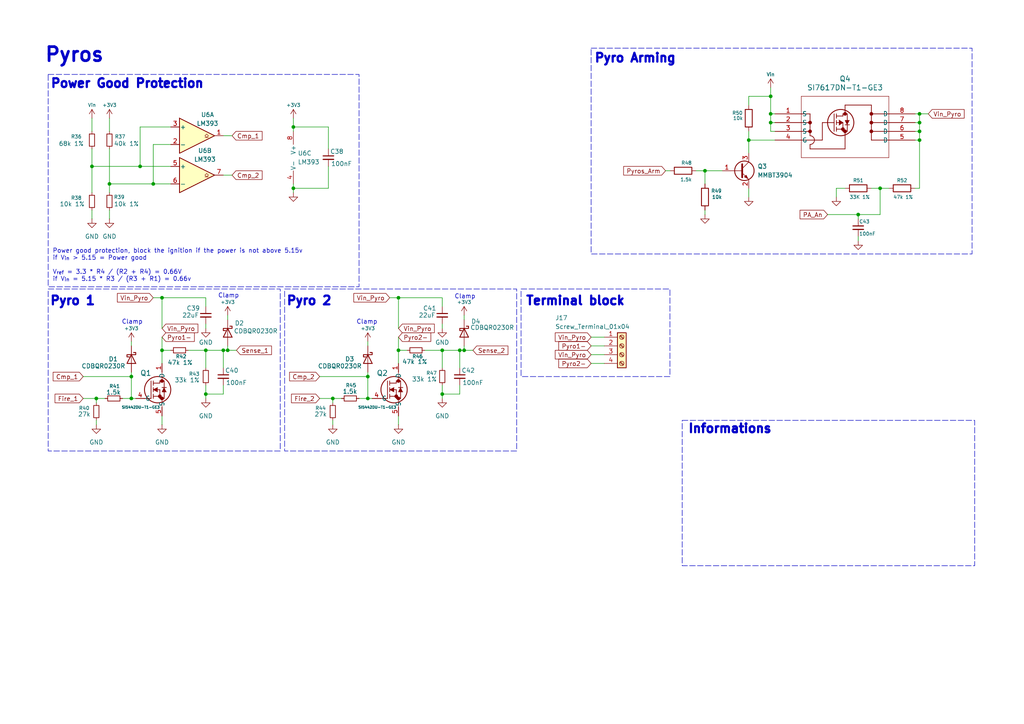
<source format=kicad_sch>
(kicad_sch (version 20250114) (generator "eeschema") (generator_version "9.0")
  (paper "A4")
  (lib_symbols
    (symbol "Comparator:LM393" (pin_names (offset 0.127))
      (property "Reference" "U" (at 3.81 3.81 0))
      (property "Value" "LM393" (at 6.35 -3.81 0))
      (symbol "LM393_1_1"
        (polyline (pts (xy -5.08 5.08) (xy 5.08 0) (xy -5.08 -5.08) (xy -5.08 5.08)) (stroke (width 0.254)) (fill (type background)))
        (polyline (pts (xy 3.302 -0.508) (xy 2.794 -0.508) (xy 3.302 0) (xy 2.794 0.508) (xy 2.286 0) (xy 2.794 -0.508) (xy 2.286 -0.508)) (stroke (width 0.127)))
        (pin input line (at -7.62 2.54 0) (length 2.54) (name "+") (number "3"))
        (pin input line (at -7.62 -2.54 0) (length 2.54) (name "-") (number "2"))
        (pin open_collector line (at 7.62 0 180) (length 2.54) (name "~") (number "1"))
      )
      (symbol "LM393_2_1"
        (polyline (pts (xy -5.08 5.08) (xy 5.08 0) (xy -5.08 -5.08) (xy -5.08 5.08)) (stroke (width 0.254)) (fill (type background)))
        (polyline (pts (xy 3.302 -0.508) (xy 2.794 -0.508) (xy 3.302 0) (xy 2.794 0.508) (xy 2.286 0) (xy 2.794 -0.508) (xy 2.286 -0.508)) (stroke (width 0.127)))
        (pin input line (at -7.62 2.54 0) (length 2.54) (name "+") (number "5"))
        (pin input line (at -7.62 -2.54 0) (length 2.54) (name "-") (number "6"))
        (pin open_collector line (at 7.62 0 180) (length 2.54) (name "~") (number "7"))
      )
      (symbol "LM393_3_1"
        (pin power_in line (at -2.54 7.62 270) (length 3.81) (name "V+") (number "8"))
        (pin power_in line (at -2.54 -7.62 90) (length 3.81) (name "V-") (number "4"))
      )
    )
    (symbol "Connector:Screw_Terminal_01x04" (pin_names (offset 1.016) (hide yes))
      (property "Reference" "J" (at 0 5.08 0))
      (property "Value" "Screw_Terminal_01x04" (at 0 -7.62 0))
      (symbol "Screw_Terminal_01x04_1_1"
        (rectangle (start -1.27 3.81) (end 1.27 -6.35) (stroke (width 0.254)) (fill (type background)))
        (polyline (pts (xy -0.5334 2.8702) (xy 0.3302 2.032)) (stroke (width 0.1524)))
        (polyline (pts (xy -0.5334 0.3302) (xy 0.3302 -0.508)) (stroke (width 0.1524)))
        (polyline (pts (xy -0.5334 -2.2098) (xy 0.3302 -3.048)) (stroke (width 0.1524)))
        (polyline (pts (xy -0.5334 -4.7498) (xy 0.3302 -5.588)) (stroke (width 0.1524)))
        (polyline (pts (xy -0.3556 3.048) (xy 0.508 2.2098)) (stroke (width 0.1524)))
        (polyline (pts (xy -0.3556 0.508) (xy 0.508 -0.3302)) (stroke (width 0.1524)))
        (polyline (pts (xy -0.3556 -2.032) (xy 0.508 -2.8702)) (stroke (width 0.1524)))
        (polyline (pts (xy -0.3556 -4.572) (xy 0.508 -5.4102)) (stroke (width 0.1524)))
        (circle (center 0 2.54) (radius 0.635) (stroke (width 0.1524)))
        (circle (center 0 0) (radius 0.635) (stroke (width 0.1524)))
        (circle (center 0 -2.54) (radius 0.635) (stroke (width 0.1524)))
        (circle (center 0 -5.08) (radius 0.635) (stroke (width 0.1524)))
        (pin passive line (at -5.08 2.54 0) (length 3.81) (name "Pin_1") (number "1"))
        (pin passive line (at -5.08 0 0) (length 3.81) (name "Pin_2") (number "2"))
        (pin passive line (at -5.08 -2.54 0) (length 3.81) (name "Pin_3") (number "3"))
        (pin passive line (at -5.08 -5.08 0) (length 3.81) (name "Pin_4") (number "4"))
      )
    )
    (symbol "Device:C_Small" (pin_numbers (hide yes)) (pin_names (offset 0.254) (hide yes))
      (property "Reference" "C" (at 0.254 1.778 0))
      (property "Value" "C_Small" (at 0.254 -2.032 0))
      (symbol "C_Small_0_1"
        (polyline (pts (xy -1.524 0.508) (xy 1.524 0.508)) (stroke (width 0.3048)))
        (polyline (pts (xy -1.524 -0.508) (xy 1.524 -0.508)) (stroke (width 0.3302)))
      )
      (symbol "C_Small_1_1"
        (pin passive line (at 0 2.54 270) (length 2.032) (name "~") (number "1"))
        (pin passive line (at 0 -2.54 90) (length 2.032) (name "~") (number "2"))
      )
    )
    (symbol "Device:R" (pin_numbers (hide yes)) (pin_names (offset 0))
      (property "Reference" "R" (at 2.032 0 90))
      (property "Value" "R" (at 0 0 90))
      (symbol "R_0_1"
        (rectangle (start -1.016 -2.54) (end 1.016 2.54) (stroke (width 0.254)))
      )
      (symbol "R_1_1"
        (pin passive line (at 0 3.81 270) (length 1.27) (name "~") (number "1"))
        (pin passive line (at 0 -3.81 90) (length 1.27) (name "~") (number "2"))
      )
    )
    (symbol "Device:R_Small" (pin_numbers (hide yes)) (pin_names (offset 0.254) (hide yes))
      (property "Reference" "R" (at 0 0 90))
      (property "Value" "R_Small" (at 1.778 0 90))
      (symbol "R_Small_0_1"
        (rectangle (start -0.762 1.778) (end 0.762 -1.778) (stroke (width 0.2032)))
      )
      (symbol "R_Small_1_1"
        (pin passive line (at 0 2.54 270) (length 0.762) (name "~") (number "1"))
        (pin passive line (at 0 -2.54 90) (length 0.762) (name "~") (number "2"))
      )
    )
    (symbol "Diode:BAT54J" (pin_numbers (hide yes)) (pin_names (offset 1.016) (hide yes))
      (property "Reference" "D" (at 0 2.54 0))
      (property "Value" "BAT54J" (at 0 -2.54 0))
      (symbol "BAT54J_0_1"
        (polyline (pts (xy -1.905 0.635) (xy -1.905 1.27) (xy -1.27 1.27) (xy -1.27 -1.27) (xy -0.635 -1.27) (xy -0.635 -0.635)) (stroke (width 0.254)))
        (polyline (pts (xy 1.27 1.27) (xy 1.27 -1.27) (xy -1.27 0) (xy 1.27 1.27)) (stroke (width 0.254)))
        (polyline (pts (xy 1.27 0) (xy -1.27 0)))
      )
      (symbol "BAT54J_1_1"
        (pin passive line (at -3.81 0 0) (length 2.54) (name "K") (number "1"))
        (pin passive line (at 3.81 0 180) (length 2.54) (name "A") (number "2"))
      )
    )
    (symbol "GND_1" (power) (pin_numbers (hide yes)) (pin_names (offset 0) (hide yes))
      (property "Value" "GND" (at 0 -3.81 0))
      (symbol "GND_1_0_1"
        (polyline (pts (xy 0 0) (xy 0 -1.27) (xy 1.27 -1.27) (xy 0 -2.54) (xy -1.27 -1.27) (xy 0 -1.27)))
      )
      (symbol "GND_1_1_1"
        (pin power_in line (at 0 0 270) (length 0) (name "~") (number "1"))
      )
    )
    (symbol "Transistor_BJT:MMBT3904" (pin_names (offset 0) (hide yes))
      (property "Reference" "Q" (at 5.08 1.905 0))
      (property "Value" "MMBT3904" (at 5.08 0 0))
      (symbol "MMBT3904_0_1"
        (polyline (pts (xy -2.54 0) (xy 0.635 0)))
        (polyline (pts (xy 0.635 1.905) (xy 0.635 -1.905)) (stroke (width 0.508)))
        (circle (center 1.27 0) (radius 2.8194) (stroke (width 0.254)))
      )
      (symbol "MMBT3904_1_1"
        (polyline (pts (xy 0.635 0.635) (xy 2.54 2.54)))
        (polyline (pts (xy 0.635 -0.635) (xy 2.54 -2.54)))
        (polyline (pts (xy 1.27 -1.778) (xy 1.778 -1.27) (xy 2.286 -2.286) (xy 1.27 -1.778)) (fill (type outline)))
        (pin input line (at -5.08 0 0) (length 2.54) (name "B") (number "1"))
        (pin passive line (at 2.54 5.08 270) (length 2.54) (name "C") (number "3"))
        (pin passive line (at 2.54 -5.08 90) (length 2.54) (name "E") (number "2"))
      )
    )
    (symbol "pcb_moteur:SI5442DU-T1-GE3" (pin_names (offset 0.254))
      (property "Reference" "U" (at 11.43 4.445 0))
      (property "Value" "SI5442DU-T1-GE3" (at -6.096 -2.794 0))
      (symbol "SI5442DU-T1-GE3_0_1"
        (polyline (pts (xy 2.54 0) (xy 4.445 0)) (stroke (width 0.2032)))
        (polyline (pts (xy 4.445 0) (xy 4.445 5.08)) (stroke (width 0.2032)))
        (polyline (pts (xy 5.08 4.445) (xy 6.985 4.445)) (stroke (width 0.2032)))
        (polyline (pts (xy 5.08 3.81) (xy 5.08 5.08)) (stroke (width 0.2032)))
        (polyline (pts (xy 5.08 1.905) (xy 5.08 3.175)) (stroke (width 0.2032)))
        (polyline (pts (xy 5.08 0.635) (xy 6.985 0.635)) (stroke (width 0.2032)))
        (polyline (pts (xy 5.08 0) (xy 5.08 1.27)) (stroke (width 0.2032)))
        (polyline (pts (xy 6.35 3.175) (xy 5.08 2.54) (xy 6.35 1.905)) (fill (type outline)))
        (polyline (pts (xy 6.35 2.54) (xy 6.985 2.54)) (stroke (width 0.2032)))
        (circle (center 6.35 2.54) (radius 3.81) (stroke (width 0.254)))
        (polyline (pts (xy 6.985 5.08) (xy 8.255 5.08)) (stroke (width 0.2032)))
        (polyline (pts (xy 6.985 4.445) (xy 6.985 5.08)) (stroke (width 0.2032)))
        (circle (center 6.985 0.635) (radius 0.0254) (stroke (width 0.508)))
        (polyline (pts (xy 6.985 0) (xy 6.985 2.54)) (stroke (width 0.2032)))
        (polyline (pts (xy 6.985 0) (xy 8.255 0)) (stroke (width 0.2032)))
        (polyline (pts (xy 7.62 7.62) (xy 7.62 5.08)) (stroke (width 0.127)))
        (circle (center 7.62 5.08) (radius 0.0254) (stroke (width 0.508)))
        (circle (center 7.62 0) (radius 0.0254) (stroke (width 0.508)))
        (polyline (pts (xy 7.62 -2.54) (xy 7.62 0)) (stroke (width 0.127)))
        (polyline (pts (xy 8.255 3.175) (xy 8.255 5.08)) (stroke (width 0.2032)))
        (polyline (pts (xy 8.255 0) (xy 8.255 1.905)) (stroke (width 0.2032)))
        (polyline (pts (xy 8.89 3.175) (xy 7.62 3.175)) (stroke (width 0.2032)))
        (polyline (pts (xy 8.89 1.905) (xy 7.62 1.905) (xy 8.255 3.175)) (fill (type outline)))
        (pin unspecified line (at 0 0 0) (length 2.54) (name "G") (number "4"))
        (pin unspecified line (at 7.62 10.16 270) (length 2.54) (name "D") (number "1"))
        (pin unspecified line (at 7.62 -5.08 90) (length 2.54) (name "S") (number "5"))
      )
    )
    (symbol "pcb_moteur:SI7617DN-T1-GE3" (pin_names (offset 0.254))
      (property "Reference" "MOSFET" (at 20.32 10.16 0))
      (property "Value" "SI7617DN-T1-GE3" (at 20.32 7.62 0))
      (symbol "SI7617DN-T1-GE3_0_1"
        (polyline (pts (xy 7.62 5.08) (xy 7.62 -12.7)) (stroke (width 0.127)))
        (polyline (pts (xy 7.62 -7.62) (xy 13.716 -7.62)) (stroke (width 0.2032)))
        (polyline (pts (xy 7.62 -12.7) (xy 33.02 -12.7)) (stroke (width 0.127)))
        (arc (start 10.16 -6.35) (mid 11.4244 -7.62) (end 10.16 -8.89) (stroke (width 0.2032)))
        (polyline (pts (xy 10.16 0) (xy 7.62 0)) (stroke (width 0.2032)))
        (polyline (pts (xy 10.16 -2.54) (xy 7.62 -2.54)) (stroke (width 0.2032)))
        (circle (center 10.16 -2.54) (radius 0.0254) (stroke (width 0.508)))
        (polyline (pts (xy 10.16 -5.08) (xy 7.62 -5.08)) (stroke (width 0.2032)))
        (circle (center 10.16 -5.08) (radius 0.0254) (stroke (width 0.508)))
        (polyline (pts (xy 10.16 -6.35) (xy 10.16 0)) (stroke (width 0.2032)))
        (polyline (pts (xy 10.16 -10.16) (xy 10.16 -8.89)) (stroke (width 0.2032)))
        (polyline (pts (xy 13.716 -2.54) (xy 17.145 -2.54)) (stroke (width 0.2032)))
        (polyline (pts (xy 13.716 -7.62) (xy 13.716 -2.54)) (stroke (width 0.2032)))
        (polyline (pts (xy 17.145 -5.08) (xy 17.145 0)) (stroke (width 0.2032)))
        (polyline (pts (xy 17.78 -0.635) (xy 19.685 -0.635)) (stroke (width 0.2032)))
        (polyline (pts (xy 17.78 -1.27) (xy 17.78 0)) (stroke (width 0.2032)))
        (polyline (pts (xy 17.78 -2.54) (xy 19.685 -2.54)) (stroke (width 0.2032)))
        (polyline (pts (xy 17.78 -3.175) (xy 17.78 -1.905)) (stroke (width 0.2032)))
        (polyline (pts (xy 17.78 -4.445) (xy 19.685 -4.445)) (stroke (width 0.2032)))
        (polyline (pts (xy 17.78 -5.08) (xy 17.78 -3.81)) (stroke (width 0.2032)))
        (polyline (pts (xy 18.542 -1.778) (xy 19.685 -2.54) (xy 18.542 -3.302)) (fill (type outline)))
        (circle (center 19.05 -2.54) (radius 3.81) (stroke (width 0.254)))
        (polyline (pts (xy 19.685 0) (xy 20.955 0)) (stroke (width 0.2032)))
        (polyline (pts (xy 19.685 -0.635) (xy 19.685 0)) (stroke (width 0.2032)))
        (circle (center 19.685 -4.445) (radius 0.0254) (stroke (width 0.508)))
        (polyline (pts (xy 19.685 -5.08) (xy 19.685 -2.54)) (stroke (width 0.2032)))
        (polyline (pts (xy 19.685 -5.08) (xy 20.955 -5.08)) (stroke (width 0.2032)))
        (polyline (pts (xy 20.32 0) (xy 20.32 2.54)) (stroke (width 0.2032)))
        (circle (center 20.32 0) (radius 0.0254) (stroke (width 0.508)))
        (circle (center 20.32 -5.08) (radius 0.0254) (stroke (width 0.508)))
        (polyline (pts (xy 20.32 -10.16) (xy 10.16 -10.16)) (stroke (width 0.2032)))
        (polyline (pts (xy 20.32 -10.16) (xy 20.32 -5.08)) (stroke (width 0.2032)))
        (polyline (pts (xy 20.955 -1.905) (xy 20.955 0)) (stroke (width 0.2032)))
        (polyline (pts (xy 20.955 -5.08) (xy 20.955 -3.175)) (stroke (width 0.2032)))
        (polyline (pts (xy 21.59 -1.905) (xy 20.32 -1.905) (xy 20.955 -3.175)) (fill (type outline)))
        (polyline (pts (xy 21.59 -3.175) (xy 20.32 -3.175)) (stroke (width 0.2032)))
        (polyline (pts (xy 27.94 2.54) (xy 20.32 2.54)) (stroke (width 0.2032)))
        (polyline (pts (xy 27.94 0) (xy 33.02 0)) (stroke (width 0.2032)))
        (circle (center 27.94 0) (radius 0.0254) (stroke (width 0.508)))
        (polyline (pts (xy 27.94 -2.54) (xy 33.02 -2.54)) (stroke (width 0.2032)))
        (circle (center 27.94 -2.54) (radius 0.0254) (stroke (width 0.508)))
        (polyline (pts (xy 27.94 -5.08) (xy 33.02 -5.08)) (stroke (width 0.2032)))
        (circle (center 27.94 -5.08) (radius 0.0254) (stroke (width 0.508)))
        (polyline (pts (xy 27.94 -7.62) (xy 27.94 2.54)) (stroke (width 0.2032)))
        (polyline (pts (xy 27.94 -7.62) (xy 33.02 -7.62)) (stroke (width 0.2032)))
        (polyline (pts (xy 33.02 5.08) (xy 7.62 5.08)) (stroke (width 0.127)))
        (polyline (pts (xy 33.02 -12.7) (xy 33.02 5.08)) (stroke (width 0.127)))
        (pin unspecified line (at 0 0 0) (length 7.62) (name "S") (number "1"))
        (pin unspecified line (at 0 -2.54 0) (length 7.62) (name "S") (number "2"))
        (pin unspecified line (at 0 -5.08 0) (length 7.62) (name "S") (number "3"))
        (pin unspecified line (at 0 -7.62 0) (length 7.62) (name "G") (number "4"))
        (pin unspecified line (at 40.64 0 180) (length 7.62) (name "D") (number "8"))
        (pin unspecified line (at 40.64 -2.54 180) (length 7.62) (name "D") (number "7"))
        (pin unspecified line (at 40.64 -5.08 180) (length 7.62) (name "D") (number "6"))
        (pin unspecified line (at 40.64 -7.62 180) (length 7.62) (name "D") (number "5"))
      )
    )
    (symbol "power:+12V" (power) (pin_names (offset 0))
      (property "Value" "+12V" (at 0 3.556 0))
      (symbol "+12V_0_1"
        (polyline (pts (xy -0.762 1.27) (xy 0 2.54)))
        (polyline (pts (xy 0 2.54) (xy 0.762 1.27)))
        (polyline (pts (xy 0 0) (xy 0 2.54)))
      )
      (symbol "+12V_1_1"
        (pin power_in line (at 0 0 90) (length 0) (hide yes) (name "+12V") (number "1"))
      )
    )
    (symbol "power:+3V3" (power) (pin_names (offset 0))
      (property "Value" "+3V3" (at 0 3.556 0))
      (symbol "+3V3_0_1"
        (polyline (pts (xy -0.762 1.27) (xy 0 2.54)))
        (polyline (pts (xy 0 2.54) (xy 0.762 1.27)))
        (polyline (pts (xy 0 0) (xy 0 2.54)))
      )
      (symbol "+3V3_1_1"
        (pin power_in line (at 0 0 90) (length 0) (hide yes) (name "+3V3") (number "1"))
      )
    )
    (symbol "power:GND" (power) (pin_names (offset 0))
      (property "Value" "GND" (at 0 -3.81 0))
      (symbol "GND_0_1"
        (polyline (pts (xy 0 0) (xy 0 -1.27) (xy 1.27 -1.27) (xy 0 -2.54) (xy -1.27 -1.27) (xy 0 -1.27)))
      )
      (symbol "GND_1_1"
        (pin power_in line (at 0 0 270) (length 0) (hide yes) (name "GND") (number "1"))
      )
    )
  )
  (rectangle (start 82.55 83.82) (end 149.86 130.81) (stroke (width 0) (type dash)))
  (rectangle (start 151.13 83.82) (end 194.31 109.22) (stroke (width 0) (type dash)))
  (rectangle (start 13.97 21.59) (end 104.14 83.185) (stroke (width 0) (type dash)))
  (rectangle (start 13.97 83.82) (end 81.28 130.81) (stroke (width 0) (type dash)))
  (rectangle (start 171.45 13.97) (end 281.94 73.66) (stroke (width 0) (type dash)))
  (rectangle (start 197.866 121.92) (end 282.702 164.084) (stroke (width 0) (type dash)))
  (text "Power good protection, block the ignition if the power is not above 5.15v\nif V_{in} > 5.15 = Power good\n\nV_{ref} = 3.3 * R4 / (R2 + R4) = 0.66V\nif V_{in} = 5.15 * R3 / (R3 + R1) = 0.66v\n" (at 15.24 76.962 0) (effects (font (size 1.27 1.27)) (justify left)))
  (text "Clamp" (at 66.294 85.852 0) (effects (font (size 1.27 1.27))))
  (text "Clamp" (at 38.354 93.472 0) (effects (font (size 1.27 1.27))))
  (text "Pyro 1" (at 21.082 87.376 0) (effects (font (size 2.54 2.54) (thickness 0.8) (bold yes))))
  (text "Terminal block" (at 166.878 87.376 0) (effects (font (size 2.54 2.54) (thickness 0.8) (bold yes))))
  (text "Pyro Arming" (at 172.212 15.494 0) (effects (font (size 2.54 2.54) (thickness 0.8) (bold yes)) (justify left top)))
  (text "Clamp" (at 134.874 86.106 0) (effects (font (size 1.27 1.27))))
  (text "Pyros" (at 21.59 16.002 0) (effects (font (size 4.064 4.064) (thickness 0.8) (bold yes))))
  (text "Informations" (at 199.39 124.46 0) (effects (font (size 2.54 2.54) (thickness 0.8) (bold yes)) (justify left)))
  (text "Power Good Protection" (at 14.478 22.86 0) (effects (font (size 2.54 2.54) (thickness 0.8) (bold yes)) (justify left top)))
  (text "Pyro 2" (at 89.662 87.376 0) (effects (font (size 2.54 2.54) (thickness 0.8) (bold yes))))
  (text "Clamp" (at 106.426 93.472 0) (effects (font (size 1.27 1.27))))
  (junction (at 266.7 35.56))
  (junction (at 266.7 40.64))
  (junction (at 31.75 53.34))
  (junction (at 266.7 33.02))
  (junction (at 106.68 115.57))
  (junction (at 46.99 86.36))
  (junction (at 59.69 101.6))
  (junction (at 217.17 40.64))
  (junction (at 248.92 62.23))
  (junction (at 85.09 54.61))
  (junction (at 134.62 101.6))
  (junction (at 266.7 38.1))
  (junction (at 128.27 101.6))
  (junction (at 85.09 36.83))
  (junction (at 204.47 49.53))
  (junction (at 66.04 101.6))
  (junction (at 64.77 101.6))
  (junction (at 59.69 114.3))
  (junction (at 223.52 33.02))
  (junction (at 26.67 48.26))
  (junction (at 128.27 114.3))
  (junction (at 115.57 101.6))
  (junction (at 96.52 115.57))
  (junction (at 40.64 48.26))
  (junction (at 255.27 54.61))
  (junction (at 106.68 109.22))
  (junction (at 46.99 101.6))
  (junction (at 133.35 101.6))
  (junction (at 44.45 53.34))
  (junction (at 27.94 115.57))
  (junction (at 223.52 27.94))
  (junction (at 38.1 109.22))
  (junction (at 115.57 86.36))
  (junction (at 223.52 35.56))
  (junction (at 38.1 115.57))
  (wire (pts (xy 223.52 38.1) (xy 224.79 38.1)))
  (wire (pts (xy 38.1 115.57) (xy 39.37 115.57)))
  (wire (pts (xy 133.35 106.68) (xy 133.35 101.6)))
  (wire (pts (xy 59.69 101.6) (xy 64.77 101.6)))
  (wire (pts (xy 265.43 38.1) (xy 266.7 38.1)))
  (wire (pts (xy 38.1 109.22) (xy 38.1 115.57)))
  (wire (pts (xy 95.25 54.61) (xy 85.09 54.61)))
  (wire (pts (xy 95.25 36.83) (xy 85.09 36.83)))
  (wire (pts (xy 106.68 107.95) (xy 106.68 109.22)))
  (wire (pts (xy 217.17 54.61) (xy 217.17 57.15)))
  (wire (pts (xy 64.77 114.3) (xy 59.69 114.3)))
  (wire (pts (xy 92.71 109.22) (xy 106.68 109.22)))
  (wire (pts (xy 217.17 40.64) (xy 224.79 40.64)))
  (wire (pts (xy 128.27 101.6) (xy 128.27 106.68)))
  (wire (pts (xy 46.99 120.65) (xy 46.99 123.19)))
  (wire (pts (xy 44.45 41.91) (xy 49.53 41.91)))
  (wire (pts (xy 64.77 106.68) (xy 64.77 101.6)))
  (wire (pts (xy 265.43 33.02) (xy 266.7 33.02)))
  (wire (pts (xy 64.77 39.37) (xy 67.31 39.37)))
  (wire (pts (xy 59.69 86.36) (xy 59.69 88.9)))
  (wire (pts (xy 54.61 101.6) (xy 59.69 101.6)))
  (wire (pts (xy 115.57 101.6) (xy 118.11 101.6)))
  (wire (pts (xy 59.69 101.6) (xy 59.69 106.68)))
  (wire (pts (xy 40.64 36.83) (xy 49.53 36.83)))
  (wire (pts (xy 66.04 101.6) (xy 68.58 101.6)))
  (wire (pts (xy 223.52 33.02) (xy 224.79 33.02)))
  (wire (pts (xy 201.93 49.53) (xy 204.47 49.53)))
  (wire (pts (xy 266.7 33.02) (xy 269.24 33.02)))
  (wire (pts (xy 27.94 121.92) (xy 27.94 123.19)))
  (wire (pts (xy 66.04 100.33) (xy 66.04 101.6)))
  (wire (pts (xy 128.27 86.36) (xy 115.57 86.36)))
  (wire (pts (xy 104.14 115.57) (xy 106.68 115.57)))
  (wire (pts (xy 204.47 60.96) (xy 204.47 62.23)))
  (wire (pts (xy 133.35 111.76) (xy 133.35 114.3)))
  (wire (pts (xy 85.09 54.61) (xy 85.09 55.88)))
  (wire (pts (xy 106.68 99.06) (xy 106.68 100.33)))
  (wire (pts (xy 59.69 114.3) (xy 59.69 115.57)))
  (wire (pts (xy 35.56 115.57) (xy 38.1 115.57)))
  (wire (pts (xy 31.75 60.96) (xy 31.75 63.5)))
  (wire (pts (xy 128.27 114.3) (xy 128.27 115.57)))
  (wire (pts (xy 128.27 86.36) (xy 128.27 88.9)))
  (wire (pts (xy 171.45 102.87) (xy 175.26 102.87)))
  (wire (pts (xy 66.04 91.44) (xy 66.04 92.71)))
  (wire (pts (xy 46.99 101.6) (xy 49.53 101.6)))
  (wire (pts (xy 248.92 63.5) (xy 248.92 62.23)))
  (wire (pts (xy 133.35 114.3) (xy 128.27 114.3)))
  (wire (pts (xy 95.25 48.26) (xy 95.25 54.61)))
  (wire (pts (xy 255.27 54.61) (xy 257.81 54.61)))
  (wire (pts (xy 171.45 105.41) (xy 175.26 105.41)))
  (wire (pts (xy 217.17 38.1) (xy 217.17 40.64)))
  (wire (pts (xy 223.52 35.56) (xy 223.52 38.1)))
  (wire (pts (xy 115.57 120.65) (xy 115.57 123.19)))
  (wire (pts (xy 171.45 97.79) (xy 175.26 97.79)))
  (wire (pts (xy 134.62 100.33) (xy 134.62 101.6)))
  (wire (pts (xy 85.09 36.83) (xy 85.09 38.1)))
  (wire (pts (xy 245.11 54.61) (xy 242.57 54.61)))
  (wire (pts (xy 85.09 34.29) (xy 85.09 36.83)))
  (wire (pts (xy 266.7 40.64) (xy 266.7 38.1)))
  (wire (pts (xy 59.69 111.76) (xy 59.69 114.3)))
  (wire (pts (xy 46.99 101.6) (xy 46.99 105.41)))
  (wire (pts (xy 217.17 27.94) (xy 223.52 27.94)))
  (wire (pts (xy 44.45 53.34) (xy 49.53 53.34)))
  (wire (pts (xy 134.62 91.44) (xy 134.62 92.71)))
  (wire (pts (xy 59.69 86.36) (xy 46.99 86.36)))
  (wire (pts (xy 38.1 99.06) (xy 38.1 100.33)))
  (wire (pts (xy 26.67 34.29) (xy 26.67 38.1)))
  (wire (pts (xy 44.45 41.91) (xy 44.45 53.34)))
  (wire (pts (xy 266.7 35.56) (xy 266.7 38.1)))
  (wire (pts (xy 223.52 33.02) (xy 223.52 35.56)))
  (wire (pts (xy 26.67 48.26) (xy 26.67 55.88)))
  (wire (pts (xy 115.57 101.6) (xy 115.57 105.41)))
  (wire (pts (xy 95.25 43.18) (xy 95.25 36.83)))
  (wire (pts (xy 106.68 109.22) (xy 106.68 115.57)))
  (wire (pts (xy 30.48 115.57) (xy 27.94 115.57)))
  (wire (pts (xy 40.64 36.83) (xy 40.64 48.26)))
  (wire (pts (xy 115.57 86.36) (xy 115.57 95.25)))
  (wire (pts (xy 128.27 95.25) (xy 128.27 93.98)))
  (wire (pts (xy 128.27 111.76) (xy 128.27 114.3)))
  (wire (pts (xy 266.7 35.56) (xy 266.7 33.02)))
  (wire (pts (xy 38.1 107.95) (xy 38.1 109.22)))
  (wire (pts (xy 31.75 43.18) (xy 31.75 53.34)))
  (wire (pts (xy 44.45 53.34) (xy 31.75 53.34)))
  (wire (pts (xy 64.77 50.8) (xy 67.31 50.8)))
  (wire (pts (xy 26.67 48.26) (xy 40.64 48.26)))
  (wire (pts (xy 265.43 40.64) (xy 266.7 40.64)))
  (wire (pts (xy 265.43 35.56) (xy 266.7 35.56)))
  (wire (pts (xy 44.45 86.36) (xy 46.99 86.36)))
  (wire (pts (xy 31.75 53.34) (xy 31.75 55.88)))
  (wire (pts (xy 134.62 101.6) (xy 137.16 101.6)))
  (wire (pts (xy 26.67 60.96) (xy 26.67 63.5)))
  (wire (pts (xy 24.13 115.57) (xy 27.94 115.57)))
  (wire (pts (xy 255.27 62.23) (xy 255.27 54.61)))
  (wire (pts (xy 266.7 54.61) (xy 266.7 40.64)))
  (wire (pts (xy 248.92 69.85) (xy 248.92 68.58)))
  (wire (pts (xy 217.17 30.48) (xy 217.17 27.94)))
  (wire (pts (xy 59.69 95.25) (xy 59.69 93.98)))
  (wire (pts (xy 27.94 115.57) (xy 27.94 116.84)))
  (wire (pts (xy 204.47 49.53) (xy 204.47 53.34)))
  (wire (pts (xy 133.35 101.6) (xy 134.62 101.6)))
  (wire (pts (xy 85.09 53.34) (xy 85.09 54.61)))
  (wire (pts (xy 64.77 111.76) (xy 64.77 114.3)))
  (wire (pts (xy 248.92 62.23) (xy 255.27 62.23)))
  (wire (pts (xy 217.17 40.64) (xy 217.17 44.45)))
  (wire (pts (xy 265.43 54.61) (xy 266.7 54.61)))
  (wire (pts (xy 96.52 121.92) (xy 96.52 123.19)))
  (wire (pts (xy 223.52 25.4) (xy 223.52 27.94)))
  (wire (pts (xy 64.77 101.6) (xy 66.04 101.6)))
  (wire (pts (xy 46.99 86.36) (xy 46.99 95.25)))
  (wire (pts (xy 252.73 54.61) (xy 255.27 54.61)))
  (wire (pts (xy 31.75 34.29) (xy 31.75 38.1)))
  (wire (pts (xy 106.68 115.57) (xy 107.95 115.57)))
  (wire (pts (xy 240.03 62.23) (xy 248.92 62.23)))
  (wire (pts (xy 24.13 109.22) (xy 38.1 109.22)))
  (wire (pts (xy 224.79 35.56) (xy 223.52 35.56)))
  (wire (pts (xy 96.52 115.57) (xy 96.52 116.84)))
  (wire (pts (xy 115.57 97.79) (xy 115.57 101.6)))
  (wire (pts (xy 171.45 100.33) (xy 175.26 100.33)))
  (wire (pts (xy 26.67 43.18) (xy 26.67 48.26)))
  (wire (pts (xy 123.19 101.6) (xy 128.27 101.6)))
  (wire (pts (xy 46.99 97.79) (xy 46.99 101.6)))
  (wire (pts (xy 92.71 115.57) (xy 96.52 115.57)))
  (wire (pts (xy 113.03 86.36) (xy 115.57 86.36)))
  (wire (pts (xy 99.06 115.57) (xy 96.52 115.57)))
  (wire (pts (xy 128.27 101.6) (xy 133.35 101.6)))
  (wire (pts (xy 193.04 49.53) (xy 194.31 49.53)))
  (wire (pts (xy 242.57 54.61) (xy 242.57 57.15)))
  (wire (pts (xy 223.52 27.94) (xy 223.52 33.02)))
  (wire (pts (xy 40.64 48.26) (xy 49.53 48.26)))
  (wire (pts (xy 204.47 49.53) (xy 209.55 49.53)))
  (global_label "Fire_2" (shape input) (at 92.71 115.57 180) (property "Intersheetrefs" "${INTERSHEET_REFS}" (effects (hide yes))))
  (global_label "Pyros_Arm" (shape input) (at 193.04 49.53 180) (property "Intersheetrefs" "${INTERSHEET_REFS}" (effects (hide yes))))
  (global_label "Sense_2" (shape input) (at 137.16 101.6 0) (property "Intersheetrefs" "${INTERSHEET_REFS}" (effects (hide yes))))
  (global_label "Vin_Pyro" (shape input) (at 171.45 97.79 180) (property "Intersheetrefs" "${INTERSHEET_REFS}" (effects (hide yes))))
  (global_label "Vin_Pyro" (shape input) (at 171.45 102.87 180) (property "Intersheetrefs" "${INTERSHEET_REFS}" (effects (hide yes))))
  (global_label "Vin_Pyro" (shape input) (at 269.24 33.02 0) (property "Intersheetrefs" "${INTERSHEET_REFS}" (effects (hide yes))))
  (global_label "Fire_1" (shape input) (at 24.13 115.57 180) (property "Intersheetrefs" "${INTERSHEET_REFS}" (effects (hide yes))))
  (global_label "Cmp_1" (shape input) (at 67.31 39.37 0) (property "Intersheetrefs" "${INTERSHEET_REFS}" (effects (hide yes))))
  (global_label "Cmp_2" (shape input) (at 67.31 50.8 0) (property "Intersheetrefs" "${INTERSHEET_REFS}" (effects (hide yes))))
  (global_label "Cmp_2" (shape input) (at 92.71 109.22 180) (property "Intersheetrefs" "${INTERSHEET_REFS}" (effects (hide yes))))
  (global_label "PA_An" (shape input) (at 240.03 62.23 180) (property "Intersheetrefs" "${INTERSHEET_REFS}" (effects (hide yes))))
  (global_label "Vin_Pyro" (shape input) (at 44.45 86.36 180) (property "Intersheetrefs" "${INTERSHEET_REFS}" (effects (hide yes))))
  (global_label "Pyro1-" (shape input) (at 171.45 100.33 180) (property "Intersheetrefs" "${INTERSHEET_REFS}" (effects (hide yes))))
  (global_label "Pyro2-" (shape input) (at 115.57 97.79 0) (property "Intersheetrefs" "${INTERSHEET_REFS}" (effects (hide yes))))
  (global_label "Cmp_1" (shape input) (at 24.13 109.22 180) (property "Intersheetrefs" "${INTERSHEET_REFS}" (effects (hide yes))))
  (global_label "Sense_1" (shape input) (at 68.58 101.6 0) (property "Intersheetrefs" "${INTERSHEET_REFS}" (effects (hide yes))))
  (global_label "Vin_Pyro" (shape input) (at 115.57 95.25 0) (property "Intersheetrefs" "${INTERSHEET_REFS}" (effects (hide yes))))
  (global_label "Pyro2-" (shape input) (at 171.45 105.41 180) (property "Intersheetrefs" "${INTERSHEET_REFS}" (effects (hide yes))))
  (global_label "Pyro1-" (shape input) (at 46.99 97.79 0) (property "Intersheetrefs" "${INTERSHEET_REFS}" (effects (hide yes))))
  (global_label "Vin_Pyro" (shape input) (at 46.99 95.25 0) (property "Intersheetrefs" "${INTERSHEET_REFS}" (effects (hide yes))))
  (global_label "Vin_Pyro" (shape input) (at 113.03 86.36 180) (property "Intersheetrefs" "${INTERSHEET_REFS}" (effects (hide yes))))
  (symbol (lib_name "GND_1") (lib_id "power:GND") (at 27.94 123.19 0) (unit 1)
    (property "Reference" "#PWR02" (effects (hide yes)))
    (property "Value" "GND" (at 27.94 128.27 0))
    (property "Description" "Power symbol creates a global label with name \"GND\" , ground" (effects (hide yes)))
  )
  (symbol (lib_id "Device:R_Small") (at 31.75 58.42 0) (unit 1)
    (property "Reference" "R39" (at 33.02 57.15 0) (effects (font (size 1.016 1.016)) (justify left)))
    (property "Value" "10k 1%" (at 33.02 59.182 0) (effects (justify left)))
    (property "Footprint" "Resistor_SMD:R_0603_1608Metric" (effects (hide yes)))
    (property "Description" "Resistor, small symbol" (effects (hide yes)))
  )
  (symbol (lib_id "Diode:BAT54J") (at 66.04 96.52 270) (unit 1)
    (property "Reference" "D2" (at 68.072 93.726 90) (effects (justify left)))
    (property "Value" "CDBQR0230R" (at 67.818 96.012 90) (effects (justify left)))
    (property "Footprint" "Diode_SMD:D_SOD-923" (effects (hide yes)))
    (property "Datasheet" "https://assets.nexperia.com/documents/data-sheet/BAT54J.pdf" (effects (hide yes)))
    (property "Description" "30V 200mA Schottky diode, SOD-323F" (effects (hide yes)))
  )
  (symbol (lib_id "Device:R_Small") (at 31.75 40.64 0) (unit 1)
    (property "Reference" "R37" (at 33.274 39.624 0) (effects (font (size 1.016 1.016)) (justify left)))
    (property "Value" "40k 1%" (at 33.02 41.656 0) (effects (justify left)))
    (property "Footprint" "Resistor_SMD:R_0603_1608Metric" (effects (hide yes)))
    (property "Description" "Resistor, small symbol" (effects (hide yes)))
  )
  (symbol (lib_id "power:GND") (at 85.09 55.88 0) (unit 1)
    (property "Reference" "#PWR0131" (effects (hide yes)))
    (property "Value" "GND" (effects (hide yes)))
  )
  (symbol (lib_id "power:GND") (at 204.47 62.23 0) (unit 1)
    (property "Reference" "#PWR0128" (effects (hide yes)))
    (property "Value" "GND" (effects (hide yes)))
  )
  (symbol (lib_id "Device:R_Small") (at 52.07 101.6 90) (unit 1)
    (property "Reference" "R42" (at 54.102 103.378 90) (effects (font (size 1.016 1.016)) (justify left)))
    (property "Value" "47k 1%" (at 55.88 105.156 90) (effects (justify left)))
    (property "Footprint" "Resistor_SMD:R_0603_1608Metric" (effects (hide yes)))
    (property "Description" "Resistor, small symbol" (effects (hide yes)))
  )
  (symbol (lib_id "Device:R") (at 248.92 54.61 90) (unit 1)
    (property "Reference" "R51" (at 247.396 52.324 90) (effects (font (size 1 1)) (justify right)))
    (property "Value" "33K 1%" (at 246.38 57.15 90) (effects (font (size 1 1)) (justify right)))
    (property "Footprint" "Resistor_SMD:R_0603_1608Metric" (effects (hide yes)))
  )
  (symbol (lib_id "Device:R") (at 217.17 34.29 180) (unit 1)
    (property "Reference" "R50" (at 212.344 32.766 0) (effects (font (size 1 1)) (justify right)))
    (property "Value" "10k" (at 212.598 34.29 0) (effects (font (size 1 1)) (justify right)))
    (property "Footprint" "Resistor_SMD:R_0805_2012Metric" (effects (hide yes)))
  )
  (symbol (lib_id "Device:R") (at 204.47 57.15 180) (unit 1)
    (property "Reference" "R49" (at 206.248 55.372 0) (effects (font (size 1 1)) (justify right)))
    (property "Value" "10k" (at 206.502 57.15 0) (effects (font (size 1 1)) (justify right)))
    (property "Footprint" "Resistor_SMD:R_0805_2012Metric" (effects (hide yes)))
  )
  (symbol (lib_id "Device:C_Small") (at 59.69 91.44 0) (unit 1)
    (property "Reference" "C39" (at 54.102 89.408 0) (effects (justify left)))
    (property "Value" "22uF" (at 52.832 91.44 0) (effects (justify left)))
    (property "Footprint" "Capacitor_SMD:C_0805_2012Metric" (effects (hide yes)))
    (property "Description" "Unpolarized capacitor, small symbol" (effects (hide yes)))
  )
  (symbol (lib_id "Device:R_Small") (at 59.69 109.22 180) (unit 1)
    (property "Reference" "R43" (at 57.912 108.458 0) (effects (font (size 1.016 1.016)) (justify left)))
    (property "Value" "33k 1%" (at 57.912 110.236 0) (effects (justify left)))
    (property "Footprint" "Resistor_SMD:R_0603_1608Metric" (effects (hide yes)))
    (property "Description" "Resistor, small symbol" (effects (hide yes)))
  )
  (symbol (lib_name "GND_1") (lib_id "power:GND") (at 31.75 63.5 0) (unit 1)
    (property "Reference" "#PWR08" (effects (hide yes)))
    (property "Value" "GND" (at 31.75 68.58 0))
    (property "Description" "Power symbol creates a global label with name \"GND\" , ground" (effects (hide yes)))
  )
  (symbol (lib_id "Device:C_Small") (at 133.35 109.22 0) (unit 1)
    (property "Reference" "C42" (at 133.858 107.442 0) (effects (justify left)))
    (property "Value" "100nF" (at 134.112 110.998 0) (effects (justify left)))
    (property "Footprint" "Capacitor_SMD:C_0805_2012Metric" (effects (hide yes)))
    (property "Description" "Unpolarized capacitor, small symbol" (effects (hide yes)))
  )
  (symbol (lib_name "GND_1") (lib_id "power:GND") (at 46.99 123.19 0) (unit 1)
    (property "Reference" "#PWR029" (effects (hide yes)))
    (property "Value" "GND" (at 46.99 128.27 0))
    (property "Description" "Power symbol creates a global label with name \"GND\" , ground" (effects (hide yes)))
  )
  (symbol (lib_name "GND_1") (lib_id "power:GND") (at 26.67 63.5 0) (unit 1)
    (property "Reference" "#PWR0133" (effects (hide yes)))
    (property "Value" "GND" (at 26.67 68.58 0))
    (property "Description" "Power symbol creates a global label with name \"GND\" , ground" (effects (hide yes)))
  )
  (symbol (lib_id "power:+3V3") (at 106.68 99.06 0) (unit 1)
    (property "Reference" "#PWR059" (effects (hide yes)))
    (property "Value" "+3V3" (at 106.68 95.25 0) (effects (font (size 1 1))))
  )
  (symbol (lib_id "pcb_moteur:SI5442DU-T1-GE3") (at 107.95 115.57 0) (unit 1)
    (property "Reference" "Q2" (at 109.22 108.204 0) (effects (font (size 1.524 1.524)) (justify left)))
    (property "Value" "SI5442DU-T1-GE3" (at 103.886 118.11 0) (effects (font (size 0.762 0.762)) (justify left)))
    (property "Footprint" "pcb_moteur:SI5442DU_T1_G3" (effects (hide yes)))
    (property "Datasheet" "https://www.vishay.com/doc?63233" (effects (hide yes)))
  )
  (symbol (lib_id "Device:R_Small") (at 26.67 40.64 0) (unit 1)
    (property "Reference" "R36" (at 20.574 39.624 0) (effects (font (size 1.016 1.016)) (justify left)))
    (property "Value" "68k 1%" (at 17.018 41.656 0) (effects (justify left)))
    (property "Footprint" "Resistor_SMD:R_0603_1608Metric" (effects (hide yes)))
    (property "Description" "Resistor, small symbol" (effects (hide yes)))
  )
  (symbol (lib_id "Comparator:LM393") (at 57.15 50.8 0) (unit 2)
    (property "Reference" "U6" (at 59.436 43.688 0))
    (property "Value" "LM393" (at 59.436 46.228 0))
    (property "Footprint" "Package_SO:SOIC-8_3.9x4.9mm_P1.27mm" (effects (hide yes)))
    (property "Datasheet" "https://www.digikey.ca/en/products/detail/texas-instruments/LM393DR/276659" (effects (hide yes)))
    (property "Description" "Low-Power, Low-Offset Voltage, Dual Comparators, DIP-8/SOIC-8/TO-99-8" (effects (hide yes)))
  )
  (symbol (lib_id "power:GND") (at 217.17 57.15 0) (unit 1)
    (property "Reference" "#PWR066" (effects (hide yes)))
    (property "Value" "GND" (effects (hide yes)))
  )
  (symbol (lib_id "Diode:BAT54J") (at 38.1 104.14 270) (unit 1)
    (property "Reference" "D1" (at 31.496 104.14 90) (effects (justify left)))
    (property "Value" "CDBQR0230R" (at 23.622 106.172 90) (effects (justify left)))
    (property "Footprint" "Diode_SMD:D_SOD-923" (effects (hide yes)))
    (property "Datasheet" "https://assets.nexperia.com/documents/data-sheet/BAT54J.pdf" (effects (hide yes)))
    (property "Description" "30V 200mA Schottky diode, SOD-323F" (effects (hide yes)))
  )
  (symbol (lib_name "GND_1") (lib_id "power:GND") (at 128.27 95.25 0) (unit 1)
    (property "Reference" "#PWR062" (effects (hide yes)))
    (property "Value" "GND" (at 128.27 99.314 0))
    (property "Description" "Power symbol creates a global label with name \"GND\" , ground" (effects (hide yes)))
  )
  (symbol (lib_id "pcb_moteur:SI7617DN-T1-GE3") (at 224.79 33.02 0) (unit 1)
    (property "Reference" "Q4" (at 245.11 22.86 0) (effects (font (size 1.524 1.524))))
    (property "Value" "SI7617DN-T1-GE3" (at 245.11 25.4 0) (effects (font (size 1.524 1.524))))
    (property "Footprint" "pcb_moteur:SI7617DN-T1-GE3" (effects (hide yes)))
    (property "Datasheet" "https://www.vishay.com/doc?65164" (effects (hide yes)))
  )
  (symbol (lib_id "power:+3V3") (at 85.09 34.29 0) (unit 1)
    (property "Reference" "#PWR033" (effects (hide yes)))
    (property "Value" "+3V3" (at 85.09 30.48 0) (effects (font (size 1 1))))
  )
  (symbol (lib_id "Device:C_Small") (at 248.92 66.04 0) (unit 1)
    (property "Reference" "C43" (at 249.174 64.262 0) (effects (font (size 1 1)) (justify left)))
    (property "Value" "100nF" (at 249.174 67.818 0) (effects (font (size 1 1)) (justify left)))
    (property "Footprint" "Capacitor_SMD:C_0805_2012Metric" (effects (hide yes)))
    (property "Description" "Unpolarized capacitor, small symbol" (effects (hide yes)))
  )
  (symbol (lib_id "Comparator:LM393") (at 57.15 39.37 0) (unit 1)
    (property "Reference" "U6" (at 60.198 33.274 0))
    (property "Value" "LM393" (at 60.198 35.814 0))
    (property "Footprint" "Package_SO:SOIC-8_3.9x4.9mm_P1.27mm" (effects (hide yes)))
    (property "Datasheet" "https://www.digikey.ca/en/products/detail/texas-instruments/LM393DR/276659" (effects (hide yes)))
    (property "Description" "Low-Power, Low-Offset Voltage, Dual Comparators, DIP-8/SOIC-8/TO-99-8" (effects (hide yes)))
  )
  (symbol (lib_id "pcb_moteur:SI5442DU-T1-GE3") (at 39.37 115.57 0) (unit 1)
    (property "Reference" "Q1" (at 40.64 108.204 0) (effects (font (size 1.524 1.524)) (justify left)))
    (property "Value" "SI5442DU-T1-GE3" (at 35.306 118.11 0) (effects (font (size 0.762 0.762)) (justify left)))
    (property "Footprint" "pcb_moteur:SI5442DU_T1_G3" (effects (hide yes)))
    (property "Datasheet" "https://www.vishay.com/doc?63233" (effects (hide yes)))
  )
  (symbol (lib_id "Transistor_BJT:MMBT3904") (at 214.63 49.53 0) (unit 1)
    (property "Reference" "Q3" (at 219.71 48.2599 0) (effects (justify left)))
    (property "Value" "MMBT3904" (at 219.71 50.7999 0) (effects (justify left)))
    (property "Footprint" "Package_TO_SOT_SMD:SOT-23" (effects (hide yes)))
    (property "Datasheet" "https://www.onsemi.com/pdf/datasheet/pzt3904-d.pdf" (effects (hide yes)))
    (property "Description" "0.2A Ic, 40V Vce, Small Signal NPN Transistor, SOT-23" (effects (hide yes)))
  )
  (symbol (lib_id "power:+3V3") (at 31.75 34.29 0) (unit 1)
    (property "Reference" "#PWR03" (effects (hide yes)))
    (property "Value" "+3V3" (at 31.75 30.48 0) (effects (font (size 1 1))))
  )
  (symbol (lib_id "power:+12V") (at 223.52 25.4 0) (unit 1)
    (property "Reference" "#PWR067" (effects (hide yes)))
    (property "Value" "Vin" (at 223.52 21.59 0) (effects (font (size 1 1))))
  )
  (symbol (lib_id "Connector:Screw_Terminal_01x04") (at 180.34 100.33 0) (unit 1)
    (property "Reference" "J17" (at 161.036 92.202 0) (effects (justify left)))
    (property "Value" "Screw_Terminal_01x04" (at 161.036 94.742 0) (effects (justify left)))
    (property "Footprint" "pcb_moteur:CONN_OSTVN04A150_OST" (effects (hide yes)))
    (property "Datasheet" "https://www.digikey.ca/en/products/detail/on-shore-technology-inc/OSTVN04A150/1588864" (effects (hide yes)))
    (property "Description" "Generic screw terminal, single row, 01x04, script generated (kicad-library-utils/schlib/autogen/connector/)" (effects (hide yes)))
  )
  (symbol (lib_id "power:+3V3") (at 38.1 99.06 0) (unit 1)
    (property "Reference" "#PWR09" (effects (hide yes)))
    (property "Value" "+3V3" (at 38.1 95.25 0) (effects (font (size 1 1))))
  )
  (symbol (lib_id "power:+3V3") (at 66.04 91.44 0) (unit 1)
    (property "Reference" "#PWR042" (effects (hide yes)))
    (property "Value" "+3V3" (at 66.04 87.63 0) (effects (font (size 1 1))))
  )
  (symbol (lib_id "Device:R_Small") (at 101.6 115.57 90) (unit 1)
    (property "Reference" "R45" (at 103.378 111.76 90) (effects (font (size 1.016 1.016)) (justify left)))
    (property "Value" "1.5k" (at 103.632 113.538 90) (effects (justify left)))
    (property "Footprint" "Resistor_SMD:R_0603_1608Metric" (effects (hide yes)))
    (property "Description" "Resistor, small symbol" (effects (hide yes)))
  )
  (symbol (lib_name "GND_1") (lib_id "power:GND") (at 59.69 115.57 0) (unit 1)
    (property "Reference" "#PWR077" (effects (hide yes)))
    (property "Value" "GND" (at 59.69 120.65 0))
    (property "Description" "Power symbol creates a global label with name \"GND\" , ground" (effects (hide yes)))
  )
  (symbol (lib_id "Device:R_Small") (at 26.67 58.42 0) (unit 1)
    (property "Reference" "R38" (at 20.574 57.404 0) (effects (font (size 1.016 1.016)) (justify left)))
    (property "Value" "10k 1%" (at 17.272 59.182 0) (effects (justify left)))
    (property "Footprint" "Resistor_SMD:R_0603_1608Metric" (effects (hide yes)))
    (property "Description" "Resistor, small symbol" (effects (hide yes)))
  )
  (symbol (lib_id "Device:R_Small") (at 120.65 101.6 90) (unit 1)
    (property "Reference" "R46" (at 122.682 103.378 90) (effects (font (size 1.016 1.016)) (justify left)))
    (property "Value" "47k 1%" (at 123.952 104.902 90) (effects (justify left)))
    (property "Footprint" "Resistor_SMD:R_0603_1608Metric" (effects (hide yes)))
    (property "Description" "Resistor, small symbol" (effects (hide yes)))
  )
  (symbol (lib_id "Device:C_Small") (at 64.77 109.22 0) (unit 1)
    (property "Reference" "C40" (at 65.278 107.442 0) (effects (justify left)))
    (property "Value" "100nF" (at 65.532 110.998 0) (effects (justify left)))
    (property "Footprint" "Capacitor_SMD:C_0805_2012Metric" (effects (hide yes)))
    (property "Description" "Unpolarized capacitor, small symbol" (effects (hide yes)))
  )
  (symbol (lib_id "Comparator:LM393") (at 87.63 45.72 0) (unit 3)
    (property "Reference" "U6" (at 86.36 44.4499 0) (effects (justify left)))
    (property "Value" "LM393" (at 86.36 46.9899 0) (effects (justify left)))
    (property "Footprint" "Package_SO:SOIC-8_3.9x4.9mm_P1.27mm" (effects (hide yes)))
    (property "Datasheet" "https://www.digikey.ca/en/products/detail/texas-instruments/LM393DR/276659" (effects (hide yes)))
    (property "Description" "Low-Power, Low-Offset Voltage, Dual Comparators, DIP-8/SOIC-8/TO-99-8" (effects (hide yes)))
  )
  (symbol (lib_id "power:+12V") (at 26.67 34.29 0) (unit 1)
    (property "Reference" "#PWR0130" (effects (hide yes)))
    (property "Value" "Vin" (at 26.67 30.48 0) (effects (font (size 1 1))))
  )
  (symbol (lib_id "Device:R") (at 261.62 54.61 90) (unit 1)
    (property "Reference" "R52" (at 260.096 52.324 90) (effects (font (size 1 1)) (justify right)))
    (property "Value" "47k 1%" (at 259.08 57.15 90) (effects (font (size 1 1)) (justify right)))
    (property "Footprint" "Resistor_SMD:R_0603_1608Metric" (effects (hide yes)))
  )
  (symbol (lib_id "Device:R_Small") (at 27.94 119.38 0) (unit 1)
    (property "Reference" "R40" (at 22.86 118.364 0) (effects (font (size 1.016 1.016)) (justify left)))
    (property "Value" "27k" (at 22.606 120.142 0) (effects (justify left)))
    (property "Footprint" "Resistor_SMD:R_0603_1608Metric" (effects (hide yes)))
    (property "Description" "Resistor, small symbol" (effects (hide yes)))
  )
  (symbol (lib_id "power:GND") (at 248.92 69.85 0) (unit 1)
    (property "Reference" "#PWR031" (effects (hide yes)))
    (property "Value" "GND" (effects (hide yes)))
  )
  (symbol (lib_id "Device:R_Small") (at 128.27 109.22 180) (unit 1)
    (property "Reference" "R47" (at 126.746 108.204 0) (effects (font (size 1.016 1.016)) (justify left)))
    (property "Value" "33k 1%" (at 126.746 109.982 0) (effects (justify left)))
    (property "Footprint" "Resistor_SMD:R_0603_1608Metric" (effects (hide yes)))
    (property "Description" "Resistor, small symbol" (effects (hide yes)))
  )
  (symbol (lib_id "Device:C_Small") (at 128.27 91.44 0) (unit 1)
    (property "Reference" "C41" (at 122.682 89.408 0) (effects (justify left)))
    (property "Value" "22uF" (at 121.412 91.44 0) (effects (justify left)))
    (property "Footprint" "Capacitor_SMD:C_0805_2012Metric" (effects (hide yes)))
    (property "Description" "Unpolarized capacitor, small symbol" (effects (hide yes)))
  )
  (symbol (lib_id "Device:R_Small") (at 96.52 119.38 0) (unit 1)
    (property "Reference" "R44" (at 91.44 118.364 0) (effects (font (size 1.016 1.016)) (justify left)))
    (property "Value" "27k" (at 91.186 120.142 0) (effects (justify left)))
    (property "Footprint" "Resistor_SMD:R_0603_1608Metric" (effects (hide yes)))
    (property "Description" "Resistor, small symbol" (effects (hide yes)))
  )
  (symbol (lib_name "GND_1") (lib_id "power:GND") (at 59.69 95.25 0) (unit 1)
    (property "Reference" "#PWR0103" (effects (hide yes)))
    (property "Value" "GND" (at 59.69 99.314 0))
    (property "Description" "Power symbol creates a global label with name \"GND\" , ground" (effects (hide yes)))
  )
  (symbol (lib_name "GND_1") (lib_id "power:GND") (at 115.57 123.19 0) (unit 1)
    (property "Reference" "#PWR060" (effects (hide yes)))
    (property "Value" "GND" (at 115.57 128.27 0))
    (property "Description" "Power symbol creates a global label with name \"GND\" , ground" (effects (hide yes)))
  )
  (symbol (lib_id "Device:R") (at 198.12 49.53 270) (unit 1)
    (property "Reference" "R48" (at 200.66 47.244 90) (effects (font (size 1 1)) (justify right)))
    (property "Value" "1.5k" (at 200.66 52.07 90) (effects (font (size 1 1)) (justify right)))
    (property "Footprint" "Resistor_SMD:R_0603_1608Metric" (effects (hide yes)))
  )
  (symbol (lib_name "GND_1") (lib_id "power:GND") (at 96.52 123.19 0) (unit 1)
    (property "Reference" "#PWR044" (effects (hide yes)))
    (property "Value" "GND" (at 96.52 128.27 0))
    (property "Description" "Power symbol creates a global label with name \"GND\" , ground" (effects (hide yes)))
  )
  (symbol (lib_id "Diode:BAT54J") (at 106.68 104.14 270) (unit 1)
    (property "Reference" "D3" (at 100.076 104.14 90) (effects (justify left)))
    (property "Value" "CDBQR0230R" (at 92.202 106.172 90) (effects (justify left)))
    (property "Footprint" "Diode_SMD:D_SOD-923" (effects (hide yes)))
    (property "Datasheet" "https://assets.nexperia.com/documents/data-sheet/BAT54J.pdf" (effects (hide yes)))
    (property "Description" "30V 200mA Schottky diode, SOD-323F" (effects (hide yes)))
  )
  (symbol (lib_id "Diode:BAT54J") (at 134.62 96.52 270) (unit 1)
    (property "Reference" "D4" (at 136.652 93.218 90) (effects (justify left)))
    (property "Value" "CDBQR0230R" (at 136.398 94.996 90) (effects (justify left)))
    (property "Footprint" "Diode_SMD:D_SOD-923" (effects (hide yes)))
    (property "Datasheet" "https://assets.nexperia.com/documents/data-sheet/BAT54J.pdf" (effects (hide yes)))
    (property "Description" "30V 200mA Schottky diode, SOD-323F" (effects (hide yes)))
  )
  (symbol (lib_id "Device:R_Small") (at 33.02 115.57 90) (unit 1)
    (property "Reference" "R41" (at 34.798 112.014 90) (effects (font (size 1.016 1.016)) (justify left)))
    (property "Value" "1.5k" (at 35.052 113.792 90) (effects (justify left)))
    (property "Footprint" "Resistor_SMD:R_0603_1608Metric" (effects (hide yes)))
    (property "Description" "Resistor, small symbol" (effects (hide yes)))
  )
  (symbol (lib_name "GND_1") (lib_id "power:GND") (at 128.27 115.57 0) (unit 1)
    (property "Reference" "#PWR063" (effects (hide yes)))
    (property "Value" "GND" (at 128.27 120.65 0))
    (property "Description" "Power symbol creates a global label with name \"GND\" , ground" (effects (hide yes)))
  )
  (symbol (lib_id "power:+3V3") (at 134.62 91.44 0) (unit 1)
    (property "Reference" "#PWR064" (effects (hide yes)))
    (property "Value" "+3V3" (at 134.62 87.63 0) (effects (font (size 1 1))))
  )
  (symbol (lib_id "power:GND") (at 242.57 57.15 0) (unit 1)
    (property "Reference" "#PWR030" (effects (hide yes)))
    (property "Value" "GND" (effects (hide yes)))
  )
  (symbol (lib_id "Device:C_Small") (at 95.25 45.72 0) (unit 1)
    (property "Reference" "C38" (at 95.758 43.942 0) (effects (justify left)))
    (property "Value" "100nF" (at 96.012 47.498 0) (effects (justify left)))
    (property "Footprint" "Capacitor_SMD:C_0805_2012Metric" (effects (hide yes)))
    (property "Description" "Unpolarized capacitor, small symbol" (effects (hide yes)))
  )
)
</source>
